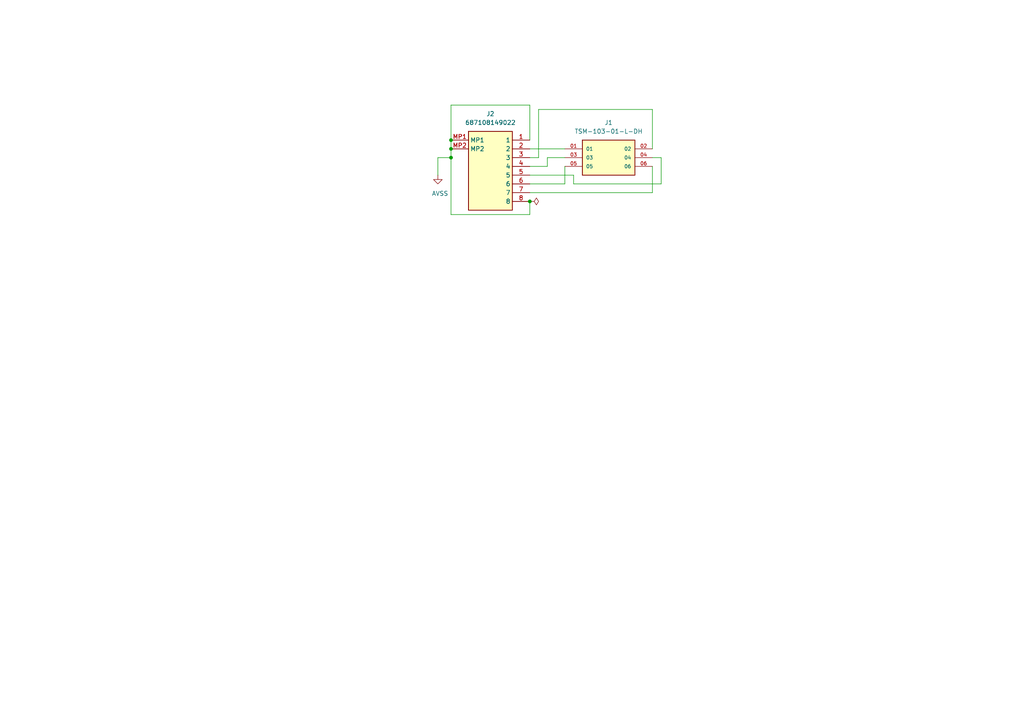
<source format=kicad_sch>
(kicad_sch (version 20250114) (generator "eeschema") (generator_version "9.0")
  (paper "A4")
  (lib_symbols
    (symbol "687108149022:687108149022"
      (property "Reference" "J" (at 19.05 7.62 0))
      (property "Value" "687108149022" (at 19.05 5.08 0))
      (symbol "687108149022_1_1"
        (rectangle (start 5.08 2.54) (end 17.78 -20.32) (stroke (width 0.254)) (fill (type background)))
        (pin passive line (at 0 0 0) (length 5.08) (name "MP1") (number "MP1"))
        (pin passive line (at 0 -2.54 0) (length 5.08) (name "MP2") (number "MP2"))
        (pin passive line (at 22.86 0 180) (length 5.08) (name "1") (number "1"))
        (pin passive line (at 22.86 -2.54 180) (length 5.08) (name "2") (number "2"))
        (pin passive line (at 22.86 -5.08 180) (length 5.08) (name "3") (number "3"))
        (pin passive line (at 22.86 -7.62 180) (length 5.08) (name "4") (number "4"))
        (pin passive line (at 22.86 -10.16 180) (length 5.08) (name "5") (number "5"))
        (pin passive line (at 22.86 -12.7 180) (length 5.08) (name "6") (number "6"))
        (pin passive line (at 22.86 -15.24 180) (length 5.08) (name "7") (number "7"))
        (pin passive line (at 22.86 -17.78 180) (length 5.08) (name "8") (number "8"))
      )
    )
    (symbol "TSM-103-01-L-DH:TSM-103-01-L-DH" (pin_names (offset 1.016))
      (property "Reference" "J" (at -8.12 5.08 0))
      (property "Value" "TSM-103-01-L-DH" (at -7.62 -7.62 0))
      (symbol "TSM-103-01-L-DH_0_0"
        (rectangle (start -7.62 -5.08) (end 7.62 5.08) (stroke (width 0.254)) (fill (type background)))
        (pin passive line (at -12.7 2.54 0) (length 5.08) (name "01") (number "01"))
        (pin passive line (at -12.7 0 0) (length 5.08) (name "03") (number "03"))
        (pin passive line (at -12.7 -2.54 0) (length 5.08) (name "05") (number "05"))
        (pin passive line (at 12.7 2.54 180) (length 5.08) (name "02") (number "02"))
        (pin passive line (at 12.7 0 180) (length 5.08) (name "04") (number "04"))
        (pin passive line (at 12.7 -2.54 180) (length 5.08) (name "06") (number "06"))
      )
    )
    (symbol "power:GND" (power) (pin_numbers (hide yes)) (pin_names (offset 0) (hide yes))
      (property "Value" "GND" (at 0 -3.81 0))
      (symbol "GND_0_1"
        (polyline (pts (xy 0 0) (xy 0 -1.27) (xy 1.27 -1.27) (xy 0 -2.54) (xy -1.27 -1.27) (xy 0 -1.27)))
      )
      (symbol "GND_1_1"
        (pin power_in line (at 0 0 270) (length 0) (name "~") (number "1"))
      )
    )
    (symbol "power:PWR_FLAG" (power) (pin_numbers (hide yes)) (pin_names (offset 0) (hide yes))
      (property "Value" "PWR_FLAG" (at 0 3.81 0))
      (symbol "PWR_FLAG_0_0"
        (pin power_out line (at 0 0 90) (length 0) (name "~") (number "1"))
      )
      (symbol "PWR_FLAG_0_1"
        (polyline (pts (xy 0 0) (xy 0 1.27) (xy -1.016 1.905) (xy 0 2.54) (xy 1.016 1.905) (xy 0 1.27)))
      )
    )
  )
  (junction (at 153.67 58.42))
  (junction (at 130.81 40.64))
  (junction (at 130.81 45.72))
  (junction (at 130.81 43.18))
  (wire (pts (xy 130.81 30.48) (xy 153.67 30.48)))
  (wire (pts (xy 127 45.72) (xy 127 50.8)))
  (wire (pts (xy 156.21 45.72) (xy 156.21 31.75)))
  (wire (pts (xy 158.75 45.72) (xy 163.83 45.72)))
  (wire (pts (xy 130.81 40.64) (xy 130.81 30.48)))
  (wire (pts (xy 127 45.72) (xy 130.81 45.72)))
  (wire (pts (xy 153.67 45.72) (xy 156.21 45.72)))
  (wire (pts (xy 158.75 48.26) (xy 158.75 45.72)))
  (wire (pts (xy 153.67 53.34) (xy 163.83 53.34)))
  (wire (pts (xy 153.67 30.48) (xy 153.67 40.64)))
  (wire (pts (xy 156.21 31.75) (xy 189.23 31.75)))
  (wire (pts (xy 189.23 31.75) (xy 189.23 43.18)))
  (wire (pts (xy 153.67 50.8) (xy 166.37 50.8)))
  (wire (pts (xy 191.77 45.72) (xy 189.23 45.72)))
  (wire (pts (xy 166.37 50.8) (xy 166.37 53.34)))
  (wire (pts (xy 130.81 62.23) (xy 153.67 62.23)))
  (wire (pts (xy 191.77 53.34) (xy 191.77 45.72)))
  (wire (pts (xy 153.67 43.18) (xy 163.83 43.18)))
  (wire (pts (xy 153.67 55.88) (xy 189.23 55.88)))
  (wire (pts (xy 153.67 62.23) (xy 153.67 58.42)))
  (wire (pts (xy 153.67 48.26) (xy 158.75 48.26)))
  (wire (pts (xy 189.23 48.26) (xy 189.23 55.88)))
  (wire (pts (xy 130.81 45.72) (xy 130.81 62.23)))
  (wire (pts (xy 130.81 45.72) (xy 130.81 43.18)))
  (wire (pts (xy 130.81 43.18) (xy 130.81 40.64)))
  (wire (pts (xy 166.37 53.34) (xy 191.77 53.34)))
  (wire (pts (xy 163.83 53.34) (xy 163.83 48.26)))
  (symbol (lib_id "power:GND") (at 127 50.8 0) (unit 1)
    (property "Reference" "#PWR01" (effects (hide yes)))
    (property "Value" "AVSS" (at 125.222 56.134 0) (effects (justify left)))
    (property "Description" "Power symbol creates a global label with name \"GND\" , ground" (effects (hide yes)))
  )
  (symbol (lib_id "TSM-103-01-L-DH:TSM-103-01-L-DH") (at 176.53 45.72 0) (unit 1)
    (property "Reference" "J1" (at 176.53 35.56 0))
    (property "Value" "TSM-103-01-L-DH" (at 176.53 38.1 0))
    (property "Footprint" "foots:TSM-103-01-L-DH" (effects (hide yes)))
    (property "Distributor Link" "https://www.mouser.co.uk/ProductDetail/Samtec/TSM-103-01-L-DH?qs=0lQeLiL1qybjCKwjDzCmsw%3D%3D" (effects (hide yes)))
    (property "Manufacturer" "Samtec" (effects (hide yes)))
    (property "Manufacturer Part Number" "TSM-103-01-L-DH " (effects (hide yes)))
  )
  (symbol (lib_id "power:PWR_FLAG") (at 153.67 58.42 270) (unit 1)
    (property "Reference" "#FLG01" (effects (hide yes)))
    (property "Value" "PWR_FLAG" (effects (hide yes)))
    (property "Description" "Special symbol for telling ERC where power comes from" (effects (hide yes)))
  )
  (symbol (lib_id "687108149022:687108149022") (at 130.81 40.64 0) (unit 1)
    (property "Reference" "J2" (at 142.24 33.02 0))
    (property "Value" "687108149022" (at 142.24 35.56 0))
    (property "Footprint" "foots:687108149022" (effects (hide yes)))
    (property "Datasheet" "http://katalog.we-online.de/em/datasheet/6871xx149022.pdf" (effects (hide yes)))
    (property "Description" "Wurth Elektronik WR-FPC Series 0.5mm Pitch 8 Way Horizontal SMT Female FPC Connector, ZIF Bottom Contact" (effects (hide yes)))
    (property "Height" "4" (effects (hide yes)))
    (property "Mouser Part Number" "710-687108149022" (effects (hide yes)))
    (property "Mouser Price/Stock" "https://www.mouser.co.uk/ProductDetail/Wurth-Elektronik/687108149022?qs=a9WhcLg8qCwCfT8TEgjjUA%3D%3D" (effects (hide yes)))
    (property "Manufacturer_Name" "Wurth Elektronik" (effects (hide yes)))
    (property "Manufacturer_Part_Number" "687108149022" (effects (hide yes)))
  )
)
</source>
